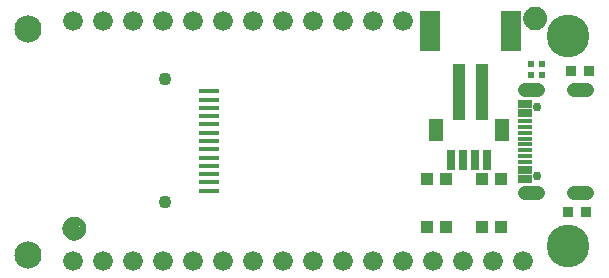
<source format=gbr>
G04 EAGLE Gerber RS-274X export*
G75*
%MOMM*%
%FSLAX34Y34*%
%LPD*%
%INSoldermask Bottom*%
%IPPOS*%
%AMOC8*
5,1,8,0,0,1.08239X$1,22.5*%
G01*
%ADD10C,2.301600*%
%ADD11C,1.101600*%
%ADD12C,0.469900*%
%ADD13C,3.617600*%
%ADD14C,1.676400*%
%ADD15R,1.101600X4.701600*%
%ADD16R,1.701600X3.501600*%
%ADD17R,0.901600X0.901600*%
%ADD18R,1.001600X1.001600*%
%ADD19R,1.251600X0.676600*%
%ADD20R,1.251600X0.376600*%
%ADD21C,1.209600*%
%ADD22C,0.751600*%
%ADD23R,0.701600X1.651600*%
%ADD24R,1.301600X1.901600*%
%ADD25R,0.601600X0.601600*%
%ADD26R,1.801600X0.451600*%


D10*
X25400Y18415D03*
X25400Y209550D03*
D11*
X454660Y218440D03*
D12*
X454660Y225940D02*
X454479Y225938D01*
X454298Y225931D01*
X454117Y225920D01*
X453936Y225905D01*
X453756Y225885D01*
X453576Y225861D01*
X453397Y225833D01*
X453219Y225800D01*
X453042Y225763D01*
X452865Y225722D01*
X452690Y225677D01*
X452515Y225627D01*
X452342Y225573D01*
X452171Y225515D01*
X452000Y225453D01*
X451832Y225386D01*
X451665Y225316D01*
X451499Y225242D01*
X451336Y225163D01*
X451175Y225081D01*
X451015Y224995D01*
X450858Y224905D01*
X450703Y224811D01*
X450550Y224714D01*
X450400Y224612D01*
X450252Y224508D01*
X450106Y224399D01*
X449964Y224288D01*
X449824Y224172D01*
X449687Y224054D01*
X449552Y223932D01*
X449421Y223807D01*
X449293Y223679D01*
X449168Y223548D01*
X449046Y223413D01*
X448928Y223276D01*
X448812Y223136D01*
X448701Y222994D01*
X448592Y222848D01*
X448488Y222700D01*
X448386Y222550D01*
X448289Y222397D01*
X448195Y222242D01*
X448105Y222085D01*
X448019Y221925D01*
X447937Y221764D01*
X447858Y221601D01*
X447784Y221435D01*
X447714Y221268D01*
X447647Y221100D01*
X447585Y220929D01*
X447527Y220758D01*
X447473Y220585D01*
X447423Y220410D01*
X447378Y220235D01*
X447337Y220058D01*
X447300Y219881D01*
X447267Y219703D01*
X447239Y219524D01*
X447215Y219344D01*
X447195Y219164D01*
X447180Y218983D01*
X447169Y218802D01*
X447162Y218621D01*
X447160Y218440D01*
X447162Y218259D01*
X447169Y218078D01*
X447180Y217897D01*
X447195Y217716D01*
X447215Y217536D01*
X447239Y217356D01*
X447267Y217177D01*
X447300Y216999D01*
X447337Y216822D01*
X447378Y216645D01*
X447423Y216470D01*
X447473Y216295D01*
X447527Y216122D01*
X447585Y215951D01*
X447647Y215780D01*
X447714Y215612D01*
X447784Y215445D01*
X447858Y215279D01*
X447937Y215116D01*
X448019Y214955D01*
X448105Y214795D01*
X448195Y214638D01*
X448289Y214483D01*
X448386Y214330D01*
X448488Y214180D01*
X448592Y214032D01*
X448701Y213886D01*
X448812Y213744D01*
X448928Y213604D01*
X449046Y213467D01*
X449168Y213332D01*
X449293Y213201D01*
X449421Y213073D01*
X449552Y212948D01*
X449687Y212826D01*
X449824Y212708D01*
X449964Y212592D01*
X450106Y212481D01*
X450252Y212372D01*
X450400Y212268D01*
X450550Y212166D01*
X450703Y212069D01*
X450858Y211975D01*
X451015Y211885D01*
X451175Y211799D01*
X451336Y211717D01*
X451499Y211638D01*
X451665Y211564D01*
X451832Y211494D01*
X452000Y211427D01*
X452171Y211365D01*
X452342Y211307D01*
X452515Y211253D01*
X452690Y211203D01*
X452865Y211158D01*
X453042Y211117D01*
X453219Y211080D01*
X453397Y211047D01*
X453576Y211019D01*
X453756Y210995D01*
X453936Y210975D01*
X454117Y210960D01*
X454298Y210949D01*
X454479Y210942D01*
X454660Y210940D01*
X454841Y210942D01*
X455022Y210949D01*
X455203Y210960D01*
X455384Y210975D01*
X455564Y210995D01*
X455744Y211019D01*
X455923Y211047D01*
X456101Y211080D01*
X456278Y211117D01*
X456455Y211158D01*
X456630Y211203D01*
X456805Y211253D01*
X456978Y211307D01*
X457149Y211365D01*
X457320Y211427D01*
X457488Y211494D01*
X457655Y211564D01*
X457821Y211638D01*
X457984Y211717D01*
X458145Y211799D01*
X458305Y211885D01*
X458462Y211975D01*
X458617Y212069D01*
X458770Y212166D01*
X458920Y212268D01*
X459068Y212372D01*
X459214Y212481D01*
X459356Y212592D01*
X459496Y212708D01*
X459633Y212826D01*
X459768Y212948D01*
X459899Y213073D01*
X460027Y213201D01*
X460152Y213332D01*
X460274Y213467D01*
X460392Y213604D01*
X460508Y213744D01*
X460619Y213886D01*
X460728Y214032D01*
X460832Y214180D01*
X460934Y214330D01*
X461031Y214483D01*
X461125Y214638D01*
X461215Y214795D01*
X461301Y214955D01*
X461383Y215116D01*
X461462Y215279D01*
X461536Y215445D01*
X461606Y215612D01*
X461673Y215780D01*
X461735Y215951D01*
X461793Y216122D01*
X461847Y216295D01*
X461897Y216470D01*
X461942Y216645D01*
X461983Y216822D01*
X462020Y216999D01*
X462053Y217177D01*
X462081Y217356D01*
X462105Y217536D01*
X462125Y217716D01*
X462140Y217897D01*
X462151Y218078D01*
X462158Y218259D01*
X462160Y218440D01*
X462158Y218621D01*
X462151Y218802D01*
X462140Y218983D01*
X462125Y219164D01*
X462105Y219344D01*
X462081Y219524D01*
X462053Y219703D01*
X462020Y219881D01*
X461983Y220058D01*
X461942Y220235D01*
X461897Y220410D01*
X461847Y220585D01*
X461793Y220758D01*
X461735Y220929D01*
X461673Y221100D01*
X461606Y221268D01*
X461536Y221435D01*
X461462Y221601D01*
X461383Y221764D01*
X461301Y221925D01*
X461215Y222085D01*
X461125Y222242D01*
X461031Y222397D01*
X460934Y222550D01*
X460832Y222700D01*
X460728Y222848D01*
X460619Y222994D01*
X460508Y223136D01*
X460392Y223276D01*
X460274Y223413D01*
X460152Y223548D01*
X460027Y223679D01*
X459899Y223807D01*
X459768Y223932D01*
X459633Y224054D01*
X459496Y224172D01*
X459356Y224288D01*
X459214Y224399D01*
X459068Y224508D01*
X458920Y224612D01*
X458770Y224714D01*
X458617Y224811D01*
X458462Y224905D01*
X458305Y224995D01*
X458145Y225081D01*
X457984Y225163D01*
X457821Y225242D01*
X457655Y225316D01*
X457488Y225386D01*
X457320Y225453D01*
X457149Y225515D01*
X456978Y225573D01*
X456805Y225627D01*
X456630Y225677D01*
X456455Y225722D01*
X456278Y225763D01*
X456101Y225800D01*
X455923Y225833D01*
X455744Y225861D01*
X455564Y225885D01*
X455384Y225905D01*
X455203Y225920D01*
X455022Y225931D01*
X454841Y225938D01*
X454660Y225940D01*
D11*
X64552Y40456D03*
D12*
X64552Y47956D02*
X64371Y47954D01*
X64190Y47947D01*
X64009Y47936D01*
X63828Y47921D01*
X63648Y47901D01*
X63468Y47877D01*
X63289Y47849D01*
X63111Y47816D01*
X62934Y47779D01*
X62757Y47738D01*
X62582Y47693D01*
X62407Y47643D01*
X62234Y47589D01*
X62063Y47531D01*
X61892Y47469D01*
X61724Y47402D01*
X61557Y47332D01*
X61391Y47258D01*
X61228Y47179D01*
X61067Y47097D01*
X60907Y47011D01*
X60750Y46921D01*
X60595Y46827D01*
X60442Y46730D01*
X60292Y46628D01*
X60144Y46524D01*
X59998Y46415D01*
X59856Y46304D01*
X59716Y46188D01*
X59579Y46070D01*
X59444Y45948D01*
X59313Y45823D01*
X59185Y45695D01*
X59060Y45564D01*
X58938Y45429D01*
X58820Y45292D01*
X58704Y45152D01*
X58593Y45010D01*
X58484Y44864D01*
X58380Y44716D01*
X58278Y44566D01*
X58181Y44413D01*
X58087Y44258D01*
X57997Y44101D01*
X57911Y43941D01*
X57829Y43780D01*
X57750Y43617D01*
X57676Y43451D01*
X57606Y43284D01*
X57539Y43116D01*
X57477Y42945D01*
X57419Y42774D01*
X57365Y42601D01*
X57315Y42426D01*
X57270Y42251D01*
X57229Y42074D01*
X57192Y41897D01*
X57159Y41719D01*
X57131Y41540D01*
X57107Y41360D01*
X57087Y41180D01*
X57072Y40999D01*
X57061Y40818D01*
X57054Y40637D01*
X57052Y40456D01*
X57054Y40275D01*
X57061Y40094D01*
X57072Y39913D01*
X57087Y39732D01*
X57107Y39552D01*
X57131Y39372D01*
X57159Y39193D01*
X57192Y39015D01*
X57229Y38838D01*
X57270Y38661D01*
X57315Y38486D01*
X57365Y38311D01*
X57419Y38138D01*
X57477Y37967D01*
X57539Y37796D01*
X57606Y37628D01*
X57676Y37461D01*
X57750Y37295D01*
X57829Y37132D01*
X57911Y36971D01*
X57997Y36811D01*
X58087Y36654D01*
X58181Y36499D01*
X58278Y36346D01*
X58380Y36196D01*
X58484Y36048D01*
X58593Y35902D01*
X58704Y35760D01*
X58820Y35620D01*
X58938Y35483D01*
X59060Y35348D01*
X59185Y35217D01*
X59313Y35089D01*
X59444Y34964D01*
X59579Y34842D01*
X59716Y34724D01*
X59856Y34608D01*
X59998Y34497D01*
X60144Y34388D01*
X60292Y34284D01*
X60442Y34182D01*
X60595Y34085D01*
X60750Y33991D01*
X60907Y33901D01*
X61067Y33815D01*
X61228Y33733D01*
X61391Y33654D01*
X61557Y33580D01*
X61724Y33510D01*
X61892Y33443D01*
X62063Y33381D01*
X62234Y33323D01*
X62407Y33269D01*
X62582Y33219D01*
X62757Y33174D01*
X62934Y33133D01*
X63111Y33096D01*
X63289Y33063D01*
X63468Y33035D01*
X63648Y33011D01*
X63828Y32991D01*
X64009Y32976D01*
X64190Y32965D01*
X64371Y32958D01*
X64552Y32956D01*
X64733Y32958D01*
X64914Y32965D01*
X65095Y32976D01*
X65276Y32991D01*
X65456Y33011D01*
X65636Y33035D01*
X65815Y33063D01*
X65993Y33096D01*
X66170Y33133D01*
X66347Y33174D01*
X66522Y33219D01*
X66697Y33269D01*
X66870Y33323D01*
X67041Y33381D01*
X67212Y33443D01*
X67380Y33510D01*
X67547Y33580D01*
X67713Y33654D01*
X67876Y33733D01*
X68037Y33815D01*
X68197Y33901D01*
X68354Y33991D01*
X68509Y34085D01*
X68662Y34182D01*
X68812Y34284D01*
X68960Y34388D01*
X69106Y34497D01*
X69248Y34608D01*
X69388Y34724D01*
X69525Y34842D01*
X69660Y34964D01*
X69791Y35089D01*
X69919Y35217D01*
X70044Y35348D01*
X70166Y35483D01*
X70284Y35620D01*
X70400Y35760D01*
X70511Y35902D01*
X70620Y36048D01*
X70724Y36196D01*
X70826Y36346D01*
X70923Y36499D01*
X71017Y36654D01*
X71107Y36811D01*
X71193Y36971D01*
X71275Y37132D01*
X71354Y37295D01*
X71428Y37461D01*
X71498Y37628D01*
X71565Y37796D01*
X71627Y37967D01*
X71685Y38138D01*
X71739Y38311D01*
X71789Y38486D01*
X71834Y38661D01*
X71875Y38838D01*
X71912Y39015D01*
X71945Y39193D01*
X71973Y39372D01*
X71997Y39552D01*
X72017Y39732D01*
X72032Y39913D01*
X72043Y40094D01*
X72050Y40275D01*
X72052Y40456D01*
X72050Y40637D01*
X72043Y40818D01*
X72032Y40999D01*
X72017Y41180D01*
X71997Y41360D01*
X71973Y41540D01*
X71945Y41719D01*
X71912Y41897D01*
X71875Y42074D01*
X71834Y42251D01*
X71789Y42426D01*
X71739Y42601D01*
X71685Y42774D01*
X71627Y42945D01*
X71565Y43116D01*
X71498Y43284D01*
X71428Y43451D01*
X71354Y43617D01*
X71275Y43780D01*
X71193Y43941D01*
X71107Y44101D01*
X71017Y44258D01*
X70923Y44413D01*
X70826Y44566D01*
X70724Y44716D01*
X70620Y44864D01*
X70511Y45010D01*
X70400Y45152D01*
X70284Y45292D01*
X70166Y45429D01*
X70044Y45564D01*
X69919Y45695D01*
X69791Y45823D01*
X69660Y45948D01*
X69525Y46070D01*
X69388Y46188D01*
X69248Y46304D01*
X69106Y46415D01*
X68960Y46524D01*
X68812Y46628D01*
X68662Y46730D01*
X68509Y46827D01*
X68354Y46921D01*
X68197Y47011D01*
X68037Y47097D01*
X67876Y47179D01*
X67713Y47258D01*
X67547Y47332D01*
X67380Y47402D01*
X67212Y47469D01*
X67041Y47531D01*
X66870Y47589D01*
X66697Y47643D01*
X66522Y47693D01*
X66347Y47738D01*
X66170Y47779D01*
X65993Y47816D01*
X65815Y47849D01*
X65636Y47877D01*
X65456Y47901D01*
X65276Y47921D01*
X65095Y47936D01*
X64914Y47947D01*
X64733Y47954D01*
X64552Y47956D01*
D13*
X482600Y203200D03*
X482600Y25400D03*
D14*
X63500Y12700D03*
X88900Y12700D03*
X114300Y12700D03*
X139700Y12700D03*
X165100Y12700D03*
X190500Y12700D03*
X215900Y12700D03*
X241300Y12700D03*
X266700Y12700D03*
X292100Y12700D03*
X317500Y12700D03*
X342900Y12700D03*
X368300Y12700D03*
X393700Y12700D03*
X419100Y12700D03*
X444500Y12700D03*
D15*
X410050Y156040D03*
X390050Y156040D03*
D16*
X434050Y208040D03*
X366050Y208040D03*
D14*
X342900Y215900D03*
X317500Y215900D03*
X292100Y215900D03*
X266700Y215900D03*
X241300Y215900D03*
X215900Y215900D03*
X190500Y215900D03*
X165100Y215900D03*
X139700Y215900D03*
X114300Y215900D03*
X88900Y215900D03*
X63500Y215900D03*
D17*
X482720Y54610D03*
X497720Y54610D03*
D18*
X425830Y82730D03*
X409830Y82730D03*
X409830Y41730D03*
X425830Y41730D03*
D17*
X500260Y173990D03*
X485260Y173990D03*
D19*
X445880Y146300D03*
X445880Y138300D03*
D20*
X445880Y131800D03*
X445880Y126800D03*
X445880Y121800D03*
X445880Y116800D03*
X445880Y111800D03*
X445880Y106800D03*
X445880Y101800D03*
X445880Y96800D03*
D19*
X445880Y90300D03*
X445880Y82300D03*
D21*
X487890Y157500D02*
X498970Y157500D01*
X498970Y71100D02*
X487890Y71100D01*
X457170Y71100D02*
X446090Y71100D01*
X446090Y157500D02*
X457170Y157500D01*
D22*
X456630Y85400D03*
X456630Y143200D03*
D18*
X378840Y82730D03*
X362840Y82730D03*
X362840Y41730D03*
X378840Y41730D03*
D23*
X403780Y98710D03*
X393780Y98710D03*
X413780Y98710D03*
X383780Y98710D03*
D24*
X370780Y124192D03*
X426780Y124192D03*
D25*
X451430Y180260D03*
X460430Y180260D03*
X460430Y170260D03*
X451430Y170260D03*
D26*
X178180Y79700D03*
X178180Y72700D03*
X178180Y156700D03*
X178180Y149700D03*
X178180Y142700D03*
X178180Y135700D03*
X178180Y128700D03*
X178180Y121700D03*
X178180Y114700D03*
X178180Y107700D03*
X178180Y100700D03*
X178180Y93700D03*
X178180Y86700D03*
D11*
X141180Y62900D03*
X141180Y166900D03*
M02*

</source>
